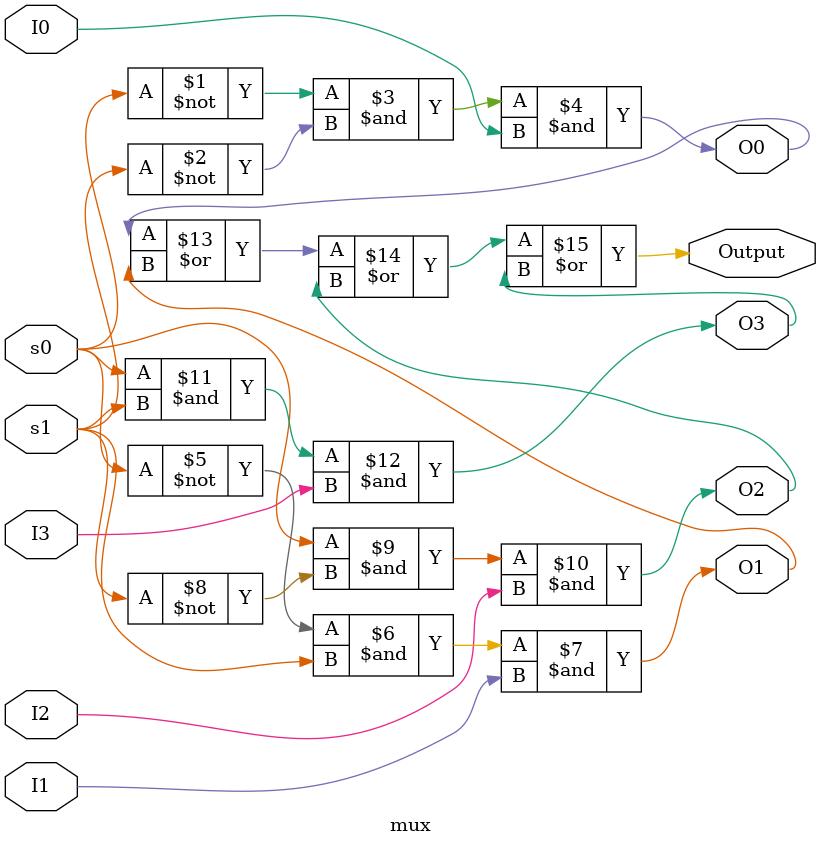
<source format=v>
module mux(s0,s1,I0,I1,I2,I3,O0,O1,O2,O3,Output);
input s0,s1,I0,I1,I2,I3;
output O0,O1,O2,O3,Output;
assign O0= (~s0) &(~s1) & I0;
assign O1= (~s0) &s1 & I1;
assign O2= s0 &(~s1) & I2;
assign O3= s0 &s1 & I3;
assign Output= O0 | O1 | O2 | O3;

endmodule
</source>
